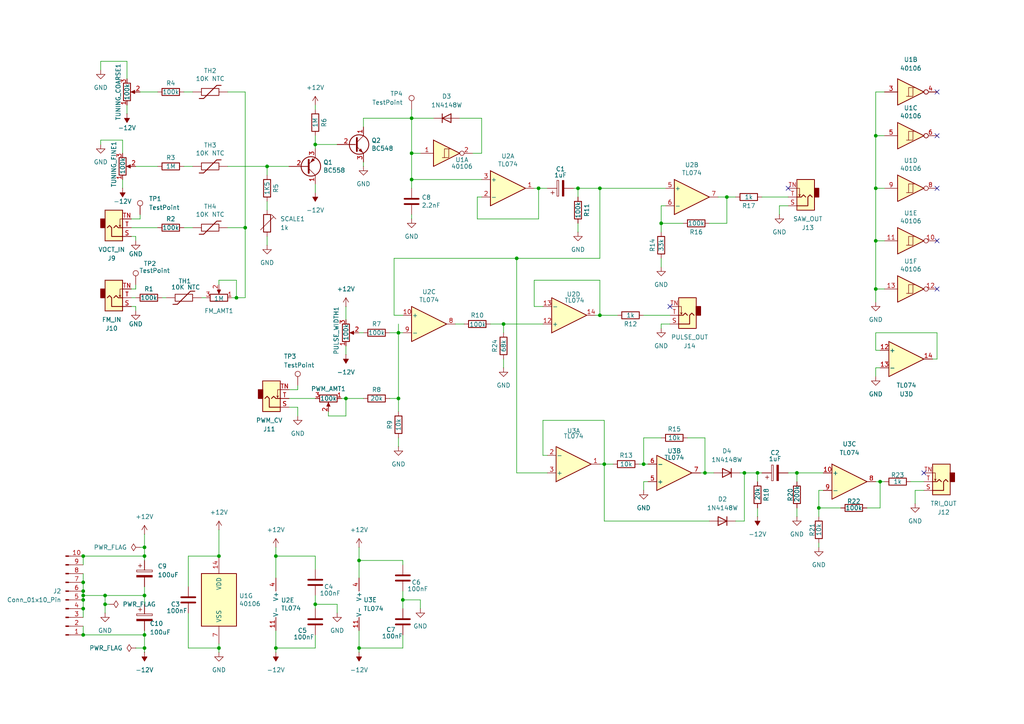
<source format=kicad_sch>
(kicad_sch (version 20231120) (generator "eeschema") (generator_version "8.0")
  (paper "A4")
  (title_block (title "MiniOSC") (rev "2.0") (company "benjiaomodular"))
  (junction (at 119.38 34.29))
  (junction (at 41.91 184.15))
  (junction (at 254 54.61))
  (junction (at 24.13 184.15))
  (junction (at 237.49 147.32))
  (junction (at 30.48 175.26))
  (junction (at 41.91 187.96))
  (junction (at 41.91 172.72))
  (junction (at 91.44 175.26))
  (junction (at 68.58 86.36))
  (junction (at 115.57 96.52))
  (junction (at 24.13 161.29))
  (junction (at 100.33 115.57))
  (junction (at 119.38 44.45))
  (junction (at 24.13 176.53))
  (junction (at 254 83.82))
  (junction (at 30.48 172.72))
  (junction (at 210.82 57.15))
  (junction (at 254 69.85))
  (junction (at 186.69 134.62))
  (junction (at 24.13 173.99))
  (junction (at 116.84 173.99))
  (junction (at 71.12 66.04))
  (junction (at 146.05 93.98))
  (junction (at 104.14 162.56))
  (junction (at 149.86 74.93))
  (junction (at 80.01 161.29))
  (junction (at 156.21 54.61))
  (junction (at 91.44 41.91))
  (junction (at 255.27 139.7))
  (junction (at 41.91 158.75))
  (junction (at 173.99 91.44))
  (junction (at 77.47 48.26))
  (junction (at 24.13 172.72))
  (junction (at 24.13 168.91))
  (junction (at 80.01 187.96))
  (junction (at 173.99 54.61))
  (junction (at 104.14 187.96))
  (junction (at 63.5 161.29))
  (junction (at 191.77 64.77))
  (junction (at 167.64 54.61))
  (junction (at 215.9 137.16))
  (junction (at 175.26 134.62))
  (junction (at 204.47 137.16))
  (junction (at 24.13 171.45))
  (junction (at 219.71 137.16))
  (junction (at 254 39.37))
  (junction (at 41.91 161.29))
  (junction (at 63.5 187.96))
  (junction (at 115.57 115.57))
  (junction (at 231.14 137.16))
  (junction (at 119.38 52.07))
  (no_connect (at 271.78 39.37))
  (no_connect (at 194.31 88.9))
  (no_connect (at 271.78 54.61))
  (no_connect (at 271.78 69.85))
  (no_connect (at 228.6 54.61))
  (no_connect (at 271.78 83.82))
  (no_connect (at 267.97 137.16))
  (no_connect (at 271.78 26.67))
  (wire (pts (xy 29.21 40.64) (xy 29.21 41.91)))
  (wire (pts (xy 119.38 34.29) (xy 125.73 34.29)))
  (wire (pts (xy 254 69.85) (xy 256.54 69.85)))
  (wire (pts (xy 255.27 139.7) (xy 255.27 147.32)))
  (wire (pts (xy 231.14 137.16) (xy 238.76 137.16)))
  (wire (pts (xy 39.37 82.55) (xy 39.37 83.82)))
  (wire (pts (xy 146.05 93.98) (xy 157.48 93.98)))
  (wire (pts (xy 77.47 48.26) (xy 83.82 48.26)))
  (wire (pts (xy 237.49 157.48) (xy 237.49 158.75)))
  (wire (pts (xy 254 54.61) (xy 254 69.85)))
  (wire (pts (xy 115.57 127) (xy 115.57 129.54)))
  (wire (pts (xy 119.38 44.45) (xy 121.92 44.45)))
  (wire (pts (xy 186.69 134.62) (xy 187.96 134.62)))
  (wire (pts (xy 46.99 86.36) (xy 48.26 86.36)))
  (wire (pts (xy 66.04 66.04) (xy 71.12 66.04)))
  (wire (pts (xy 104.14 187.96) (xy 116.84 187.96)))
  (wire (pts (xy 80.01 182.88) (xy 80.01 187.96)))
  (wire (pts (xy 254 39.37) (xy 256.54 39.37)))
  (wire (pts (xy 54.61 161.29) (xy 54.61 170.18)))
  (wire (pts (xy 237.49 142.24) (xy 237.49 147.32)))
  (wire (pts (xy 91.44 184.15) (xy 91.44 187.96)))
  (wire (pts (xy 95.25 119.38) (xy 95.25 120.65)))
  (wire (pts (xy 205.74 151.13) (xy 175.26 151.13)))
  (wire (pts (xy 105.41 46.99) (xy 105.41 48.26)))
  (wire (pts (xy 54.61 187.96) (xy 63.5 187.96)))
  (wire (pts (xy 255.27 139.7) (xy 256.54 139.7)))
  (wire (pts (xy 68.58 86.36) (xy 71.12 86.36)))
  (wire (pts (xy 41.91 187.96) (xy 41.91 189.23)))
  (wire (pts (xy 41.91 161.29) (xy 41.91 162.56)))
  (wire (pts (xy 219.71 137.16) (xy 219.71 139.7)))
  (wire (pts (xy 173.99 54.61) (xy 173.99 74.93)))
  (wire (pts (xy 39.37 88.9) (xy 39.37 90.17)))
  (wire (pts (xy 191.77 93.98) (xy 191.77 95.25)))
  (wire (pts (xy 71.12 26.67) (xy 71.12 66.04)))
  (wire (pts (xy 115.57 96.52) (xy 116.84 96.52)))
  (wire (pts (xy 24.13 172.72) (xy 24.13 173.99)))
  (wire (pts (xy 119.38 34.29) (xy 119.38 44.45)))
  (wire (pts (xy 115.57 115.57) (xy 115.57 119.38)))
  (wire (pts (xy 24.13 163.83) (xy 24.13 161.29)))
  (wire (pts (xy 210.82 57.15) (xy 210.82 64.77)))
  (wire (pts (xy 173.99 134.62) (xy 175.26 134.62)))
  (wire (pts (xy 83.82 113.03) (xy 86.36 113.03)))
  (wire (pts (xy 66.04 26.67) (xy 71.12 26.67)))
  (wire (pts (xy 146.05 93.98) (xy 146.05 96.52)))
  (wire (pts (xy 40.64 63.5) (xy 38.1 63.5)))
  (wire (pts (xy 30.48 175.26) (xy 30.48 177.8)))
  (wire (pts (xy 30.48 172.72) (xy 30.48 175.26)))
  (wire (pts (xy 255.27 139.7) (xy 254 139.7)))
  (wire (pts (xy 41.91 154.94) (xy 41.91 158.75)))
  (wire (pts (xy 267.97 142.24) (xy 265.43 142.24)))
  (wire (pts (xy 255.27 147.32) (xy 251.46 147.32)))
  (wire (pts (xy 91.44 53.34) (xy 91.44 55.88)))
  (wire (pts (xy 146.05 104.14) (xy 146.05 106.68)))
  (wire (pts (xy 116.84 173.99) (xy 121.92 173.99)))
  (wire (pts (xy 172.72 91.44) (xy 173.99 91.44)))
  (wire (pts (xy 91.44 31.75) (xy 91.44 30.48)))
  (wire (pts (xy 66.04 48.26) (xy 77.47 48.26)))
  (wire (pts (xy 265.43 142.24) (xy 265.43 146.05)))
  (wire (pts (xy 194.31 93.98) (xy 191.77 93.98)))
  (wire (pts (xy 186.69 127) (xy 186.69 134.62)))
  (wire (pts (xy 191.77 74.93) (xy 191.77 77.47)))
  (wire (pts (xy 39.37 48.26) (xy 45.72 48.26)))
  (wire (pts (xy 116.84 171.45) (xy 116.84 173.99)))
  (wire (pts (xy 24.13 184.15) (xy 24.13 181.61)))
  (wire (pts (xy 175.26 134.62) (xy 177.8 134.62)))
  (wire (pts (xy 77.47 48.26) (xy 77.47 50.8)))
  (wire (pts (xy 63.5 81.28) (xy 68.58 81.28)))
  (wire (pts (xy 166.37 54.61) (xy 167.64 54.61)))
  (wire (pts (xy 214.63 137.16) (xy 215.9 137.16)))
  (wire (pts (xy 114.3 74.93) (xy 114.3 91.44)))
  (wire (pts (xy 24.13 161.29) (xy 41.91 161.29)))
  (wire (pts (xy 105.41 34.29) (xy 105.41 36.83)))
  (wire (pts (xy 54.61 161.29) (xy 63.5 161.29)))
  (wire (pts (xy 193.04 59.69) (xy 191.77 59.69)))
  (wire (pts (xy 68.58 86.36) (xy 67.31 86.36)))
  (wire (pts (xy 119.38 52.07) (xy 139.7 52.07)))
  (wire (pts (xy 41.91 170.18) (xy 41.91 172.72)))
  (wire (pts (xy 254 26.67) (xy 254 39.37)))
  (wire (pts (xy 156.21 54.61) (xy 154.94 54.61)))
  (wire (pts (xy 83.82 115.57) (xy 91.44 115.57)))
  (wire (pts (xy 186.69 139.7) (xy 186.69 142.24)))
  (wire (pts (xy 91.44 175.26) (xy 97.79 175.26)))
  (wire (pts (xy 254 106.68) (xy 255.27 106.68)))
  (wire (pts (xy 63.5 186.69) (xy 63.5 187.96)))
  (wire (pts (xy 173.99 81.28) (xy 173.99 91.44)))
  (wire (pts (xy 167.64 54.61) (xy 167.64 57.15)))
  (wire (pts (xy 154.94 88.9) (xy 154.94 81.28)))
  (wire (pts (xy 100.33 115.57) (xy 100.33 120.65)))
  (wire (pts (xy 63.5 153.67) (xy 63.5 161.29)))
  (wire (pts (xy 191.77 64.77) (xy 198.12 64.77)))
  (wire (pts (xy 86.36 111.76) (xy 86.36 113.03)))
  (wire (pts (xy 204.47 127) (xy 199.39 127)))
  (wire (pts (xy 271.78 96.52) (xy 254 96.52)))
  (wire (pts (xy 30.48 172.72) (xy 41.91 172.72)))
  (wire (pts (xy 91.44 39.37) (xy 91.44 41.91)))
  (wire (pts (xy 104.14 187.96) (xy 104.14 189.23)))
  (wire (pts (xy 228.6 59.69) (xy 226.06 59.69)))
  (wire (pts (xy 24.13 166.37) (xy 24.13 168.91)))
  (wire (pts (xy 119.38 52.07) (xy 119.38 54.61)))
  (wire (pts (xy 91.44 165.1) (xy 91.44 161.29)))
  (wire (pts (xy 142.24 93.98) (xy 146.05 93.98)))
  (wire (pts (xy 149.86 137.16) (xy 158.75 137.16)))
  (wire (pts (xy 104.14 162.56) (xy 104.14 167.64)))
  (wire (pts (xy 157.48 132.08) (xy 158.75 132.08)))
  (wire (pts (xy 208.28 57.15) (xy 210.82 57.15)))
  (wire (pts (xy 210.82 57.15) (xy 213.36 57.15)))
  (wire (pts (xy 119.38 34.29) (xy 105.41 34.29)))
  (wire (pts (xy 35.56 52.07) (xy 35.56 54.61)))
  (wire (pts (xy 91.44 41.91) (xy 97.79 41.91)))
  (wire (pts (xy 264.16 139.7) (xy 267.97 139.7)))
  (wire (pts (xy 215.9 137.16) (xy 215.9 151.13)))
  (wire (pts (xy 167.64 54.61) (xy 173.99 54.61)))
  (wire (pts (xy 175.26 134.62) (xy 175.26 121.92)))
  (wire (pts (xy 220.98 57.15) (xy 228.6 57.15)))
  (wire (pts (xy 80.01 187.96) (xy 80.01 189.23)))
  (wire (pts (xy 119.38 44.45) (xy 119.38 52.07)))
  (wire (pts (xy 71.12 66.04) (xy 71.12 86.36)))
  (wire (pts (xy 121.92 173.99) (xy 121.92 176.53)))
  (wire (pts (xy 204.47 137.16) (xy 203.2 137.16)))
  (wire (pts (xy 91.44 161.29) (xy 80.01 161.29)))
  (wire (pts (xy 41.91 172.72) (xy 41.91 175.26)))
  (wire (pts (xy 132.08 93.98) (xy 134.62 93.98)))
  (wire (pts (xy 80.01 161.29) (xy 80.01 167.64)))
  (wire (pts (xy 29.21 17.78) (xy 36.83 17.78)))
  (wire (pts (xy 173.99 91.44) (xy 179.07 91.44)))
  (wire (pts (xy 104.14 158.75) (xy 104.14 162.56)))
  (wire (pts (xy 53.34 66.04) (xy 55.88 66.04)))
  (wire (pts (xy 154.94 88.9) (xy 157.48 88.9)))
  (wire (pts (xy 63.5 187.96) (xy 63.5 189.23)))
  (wire (pts (xy 237.49 147.32) (xy 237.49 149.86)))
  (wire (pts (xy 104.14 162.56) (xy 116.84 162.56)))
  (wire (pts (xy 139.7 44.45) (xy 137.16 44.45)))
  (wire (pts (xy 100.33 120.65) (xy 95.25 120.65)))
  (wire (pts (xy 157.48 121.92) (xy 157.48 132.08)))
  (wire (pts (xy 86.36 118.11) (xy 86.36 120.65)))
  (wire (pts (xy 91.44 41.91) (xy 91.44 43.18)))
  (wire (pts (xy 205.74 64.77) (xy 210.82 64.77)))
  (wire (pts (xy 119.38 62.23) (xy 119.38 63.5)))
  (wire (pts (xy 119.38 31.75) (xy 119.38 34.29)))
  (wire (pts (xy 154.94 81.28) (xy 173.99 81.28)))
  (wire (pts (xy 113.03 115.57) (xy 115.57 115.57)))
  (wire (pts (xy 41.91 182.88) (xy 41.91 184.15)))
  (wire (pts (xy 36.83 30.48) (xy 36.83 33.02)))
  (wire (pts (xy 36.83 17.78) (xy 36.83 22.86)))
  (wire (pts (xy 99.06 115.57) (xy 100.33 115.57)))
  (wire (pts (xy 204.47 127) (xy 204.47 137.16)))
  (wire (pts (xy 115.57 96.52) (xy 115.57 115.57)))
  (wire (pts (xy 35.56 40.64) (xy 29.21 40.64)))
  (wire (pts (xy 254 83.82) (xy 256.54 83.82)))
  (wire (pts (xy 100.33 88.9) (xy 100.33 92.71)))
  (wire (pts (xy 173.99 54.61) (xy 193.04 54.61)))
  (wire (pts (xy 38.1 86.36) (xy 39.37 86.36)))
  (wire (pts (xy 270.51 104.14) (xy 271.78 104.14)))
  (wire (pts (xy 38.1 66.04) (xy 45.72 66.04)))
  (wire (pts (xy 40.64 62.23) (xy 40.64 63.5)))
  (wire (pts (xy 254 101.6) (xy 255.27 101.6)))
  (wire (pts (xy 29.21 17.78) (xy 29.21 20.32)))
  (wire (pts (xy 77.47 68.58) (xy 77.47 71.12)))
  (wire (pts (xy 185.42 134.62) (xy 186.69 134.62)))
  (wire (pts (xy 175.26 121.92) (xy 157.48 121.92)))
  (wire (pts (xy 116.84 162.56) (xy 116.84 163.83)))
  (wire (pts (xy 38.1 83.82) (xy 39.37 83.82)))
  (wire (pts (xy 91.44 172.72) (xy 91.44 175.26)))
  (wire (pts (xy 237.49 147.32) (xy 243.84 147.32)))
  (wire (pts (xy 54.61 177.8) (xy 54.61 187.96)))
  (wire (pts (xy 138.43 57.15) (xy 138.43 63.5)))
  (wire (pts (xy 39.37 68.58) (xy 39.37 69.85)))
  (wire (pts (xy 113.03 96.52) (xy 115.57 96.52)))
  (wire (pts (xy 116.84 173.99) (xy 116.84 176.53)))
  (wire (pts (xy 41.91 158.75) (xy 41.91 161.29)))
  (wire (pts (xy 149.86 74.93) (xy 173.99 74.93)))
  (wire (pts (xy 24.13 171.45) (xy 24.13 172.72)))
  (wire (pts (xy 213.36 151.13) (xy 215.9 151.13)))
  (wire (pts (xy 39.37 187.96) (xy 41.91 187.96)))
  (wire (pts (xy 35.56 44.45) (xy 35.56 40.64)))
  (wire (pts (xy 191.77 64.77) (xy 191.77 67.31)))
  (wire (pts (xy 63.5 82.55) (xy 63.5 81.28)))
  (wire (pts (xy 271.78 104.14) (xy 271.78 96.52)))
  (wire (pts (xy 105.41 96.52) (xy 104.14 96.52)))
  (wire (pts (xy 187.96 139.7) (xy 186.69 139.7)))
  (wire (pts (xy 254 26.67) (xy 256.54 26.67)))
  (wire (pts (xy 114.3 91.44) (xy 116.84 91.44)))
  (wire (pts (xy 24.13 184.15) (xy 41.91 184.15)))
  (wire (pts (xy 254 96.52) (xy 254 101.6)))
  (wire (pts (xy 186.69 91.44) (xy 194.31 91.44)))
  (wire (pts (xy 68.58 81.28) (xy 68.58 86.36)))
  (wire (pts (xy 254 69.85) (xy 254 83.82)))
  (wire (pts (xy 24.13 176.53) (xy 24.13 179.07)))
  (wire (pts (xy 133.35 34.29) (xy 139.7 34.29)))
  (wire (pts (xy 139.7 34.29) (xy 139.7 44.45)))
  (wire (pts (xy 115.57 93.98) (xy 115.57 96.52)))
  (wire (pts (xy 149.86 74.93) (xy 149.86 137.16)))
  (wire (pts (xy 139.7 57.15) (xy 138.43 57.15)))
  (wire (pts (xy 83.82 118.11) (xy 86.36 118.11)))
  (wire (pts (xy 24.13 168.91) (xy 24.13 171.45)))
  (wire (pts (xy 97.79 175.26) (xy 97.79 177.8)))
  (wire (pts (xy 100.33 115.57) (xy 105.41 115.57)))
  (wire (pts (xy 104.14 182.88) (xy 104.14 187.96)))
  (wire (pts (xy 100.33 100.33) (xy 100.33 102.87)))
  (wire (pts (xy 38.1 88.9) (xy 39.37 88.9)))
  (wire (pts (xy 228.6 137.16) (xy 231.14 137.16)))
  (wire (pts (xy 53.34 48.26) (xy 55.88 48.26)))
  (wire (pts (xy 80.01 187.96) (xy 91.44 187.96)))
  (wire (pts (xy 204.47 137.16) (xy 207.01 137.16)))
  (wire (pts (xy 41.91 184.15) (xy 41.91 187.96)))
  (wire (pts (xy 40.64 158.75) (xy 41.91 158.75)))
  (wire (pts (xy 38.1 68.58) (xy 39.37 68.58)))
  (wire (pts (xy 254 54.61) (xy 256.54 54.61)))
  (wire (pts (xy 254 87.63) (xy 254 83.82)))
  (wire (pts (xy 156.21 54.61) (xy 158.75 54.61)))
  (wire (pts (xy 167.64 64.77) (xy 167.64 67.31)))
  (wire (pts (xy 53.34 26.67) (xy 55.88 26.67)))
  (wire (pts (xy 175.26 134.62) (xy 175.26 151.13)))
  (wire (pts (xy 80.01 158.75) (xy 80.01 161.29)))
  (wire (pts (xy 156.21 63.5) (xy 156.21 54.61)))
  (wire (pts (xy 237.49 142.24) (xy 238.76 142.24)))
  (wire (pts (xy 24.13 172.72) (xy 30.48 172.72)))
  (wire (pts (xy 138.43 63.5) (xy 156.21 63.5)))
  (wire (pts (xy 58.42 86.36) (xy 59.69 86.36)))
  (wire (pts (xy 219.71 147.32) (xy 219.71 149.86)))
  (wire (pts (xy 215.9 137.16) (xy 219.71 137.16)))
  (wire (pts (xy 226.06 59.69) (xy 226.06 62.23)))
  (wire (pts (xy 191.77 127) (xy 186.69 127)))
  (wire (pts (xy 219.71 137.16) (xy 220.98 137.16)))
  (wire (pts (xy 40.64 26.67) (xy 45.72 26.67)))
  (wire (pts (xy 77.47 58.42) (xy 77.47 60.96)))
  (wire (pts (xy 254 39.37) (xy 254 54.61)))
  (wire (pts (xy 24.13 173.99) (xy 24.13 176.53)))
  (wire (pts (xy 254 106.68) (xy 254 109.22)))
  (wire (pts (xy 231.14 147.32) (xy 231.14 149.86)))
  (wire (pts (xy 231.14 137.16) (xy 231.14 139.7)))
  (wire (pts (xy 114.3 74.93) (xy 149.86 74.93)))
  (wire (pts (xy 116.84 184.15) (xy 116.84 187.96)))
  (wire (pts (xy 191.77 59.69) (xy 191.77 64.77)))
  (wire (pts (xy 30.48 175.26) (xy 31.75 175.26)))
  (wire (pts (xy 91.44 175.26) (xy 91.44 176.53)))
  (symbol (lib_id "Device:R") (at 49.53 26.67 270) (unit 1)
    (property "Reference" "R4" (at 49.53 24.13 90))
    (property "Value" "100k" (at 49.53 26.67 90))
    (property "Footprint" "Resistor_SMD:R_0603_1608Metric_Pad0.98x0.95mm_HandSolder" (effects (hide yes)))
  )
  (symbol (lib_id "Device:R") (at 49.53 48.26 270) (unit 1)
    (property "Reference" "R3" (at 49.53 45.72 90))
    (property "Value" "1M" (at 49.53 48.26 90))
    (property "Footprint" "Resistor_SMD:R_0603_1608Metric_Pad0.98x0.95mm_HandSolder" (effects (hide yes)))
  )
  (symbol (lib_id "Device:R") (at 49.53 66.04 270) (unit 1)
    (property "Reference" "R2" (at 49.53 63.5 90))
    (property "Value" "100k" (at 49.53 66.04 90))
    (property "Footprint" "Resistor_SMD:R_0603_1608Metric_Pad0.98x0.95mm_HandSolder" (effects (hide yes)))
  )
  (symbol (lib_id "Device:R") (at 43.18 86.36 270) (unit 1)
    (property "Reference" "R1" (at 43.18 83.82 90))
    (property "Value" "100k" (at 43.18 86.36 90))
    (property "Footprint" "Resistor_SMD:R_0603_1608Metric_Pad0.98x0.95mm_HandSolder" (effects (hide yes)))
  )
  (symbol (lib_id "Device:Thermistor") (at 53.34 86.36 270) (unit 1)
    (property "Reference" "TH1" (at 53.594 81.534 90))
    (property "Value" "10K NTC" (at 53.848 83.312 90))
    (property "Footprint" "Capacitor_THT:C_Disc_D3.8mm_W2.6mm_P2.50mm" (effects (hide yes)))
  )
  (symbol (lib_id "Device:Thermistor") (at 60.96 66.04 270) (unit 1)
    (property "Reference" "TH4" (at 60.96 59.8932 90))
    (property "Value" "10K NTC" (at 60.96 62.2046 90))
    (property "Footprint" "Capacitor_THT:C_Disc_D3.8mm_W2.6mm_P2.50mm" (effects (hide yes)))
  )
  (symbol (lib_id "Device:Thermistor") (at 60.96 48.26 270) (unit 1)
    (property "Reference" "TH3" (at 60.96 42.1132 90))
    (property "Value" "10K NTC" (at 60.96 44.4246 90))
    (property "Footprint" "Capacitor_THT:C_Disc_D3.8mm_W2.6mm_P2.50mm" (effects (hide yes)))
  )
  (symbol (lib_id "Device:Thermistor") (at 60.96 26.67 270) (unit 1)
    (property "Reference" "TH2" (at 60.96 20.5232 90))
    (property "Value" "10K NTC" (at 60.96 22.8346 90))
    (property "Footprint" "Capacitor_THT:C_Disc_D3.8mm_W2.6mm_P2.50mm" (effects (hide yes)))
  )
  (symbol (lib_id "Device:R") (at 77.47 54.61 180) (unit 1)
    (property "Reference" "R5" (at 80.01 54.61 90))
    (property "Value" "1K5" (at 77.47 54.61 90))
    (property "Footprint" "Resistor_SMD:R_0603_1608Metric_Pad0.98x0.95mm_HandSolder" (effects (hide yes)))
  )
  (symbol (lib_id "Transistor_BJT:BC558") (at 88.9 48.26 0) (mirror x) (unit 1)
    (property "Reference" "Q1" (at 93.7514 47.0916 0) (effects (justify left)))
    (property "Value" "BC558" (at 93.7514 49.403 0) (effects (justify left)))
    (property "Footprint" "Package_TO_SOT_THT:TO-92_Inline" (effects (hide yes)))
    (property "Datasheet" "https://www.onsemi.com/pub/Collateral/BC556BTA-D.pdf" (effects (hide yes)))
  )
  (symbol (lib_id "Transistor_BJT:BC548") (at 102.87 41.91 0) (unit 1)
    (property "Reference" "Q2" (at 107.7214 40.7416 0) (effects (justify left)))
    (property "Value" "BC548" (at 107.7214 43.053 0) (effects (justify left)))
    (property "Footprint" "Package_TO_SOT_THT:TO-92_Inline" (effects (hide yes)))
    (property "Datasheet" "https://www.onsemi.com/pub/Collateral/BC550-D.pdf" (effects (hide yes)))
  )
  (symbol (lib_id "Device:R") (at 91.44 35.56 180) (unit 1)
    (property "Reference" "R6" (at 93.98 35.56 90))
    (property "Value" "1M" (at 91.44 35.56 90))
    (property "Footprint" "Resistor_SMD:R_0603_1608Metric_Pad0.98x0.95mm_HandSolder" (effects (hide yes)))
  )
  (symbol (lib_id "4xxx:40106") (at 129.54 44.45 0) (unit 1)
    (property "Reference" "U1" (at 133.985 46.355 0))
    (property "Value" "40106" (at 133.985 48.26 0))
    (property "Footprint" "Package_SO:SOIC-14_3.9x8.7mm_P1.27mm" (effects (hide yes)))
    (property "Datasheet" "https://assets.nexperia.com/documents/data-sheet/HEF40106B.pdf" (effects (hide yes)))
  )
  (symbol (lib_id "Device:C") (at 119.38 58.42 0) (unit 1)
    (property "Reference" "C8" (at 122.301 57.2516 0) (effects (justify left)))
    (property "Value" "2.2nF" (at 122.301 59.563 0) (effects (justify left)))
    (property "Footprint" "Capacitor_SMD:C_0603_1608Metric_Pad1.08x0.95mm_HandSolder" (effects (hide yes)))
  )
  (symbol (lib_id "Amplifier_Operational:TL074") (at 147.32 54.61 0) (unit 1)
    (property "Reference" "U2" (at 147.32 45.2882 0))
    (property "Value" "TL074" (at 147.32 47.5996 0))
    (property "Footprint" "Package_SO:SOIC-14_3.9x8.7mm_P1.27mm" (effects (hide yes)))
    (property "Datasheet" "https://assets.nexperia.com/documents/data-sheet/HEF40106B.pdf" (effects (hide yes)))
  )
  (symbol (lib_id "Amplifier_Operational:TL074") (at 200.66 57.15 0) (unit 2)
    (property "Reference" "U2" (at 200.66 47.8282 0))
    (property "Value" "TL074" (at 200.66 50.1396 0))
    (property "Footprint" "Package_SO:SOIC-14_3.9x8.7mm_P1.27mm" (effects (hide yes)))
    (property "Datasheet" "https://assets.nexperia.com/documents/data-sheet/HEF40106B.pdf" (effects (hide yes)))
  )
  (symbol (lib_id "Amplifier_Operational:TL074") (at 124.46 93.98 0) (unit 3)
    (property "Reference" "U2" (at 124.46 84.6582 0))
    (property "Value" "TL074" (at 124.46 86.9696 0))
    (property "Footprint" "Package_SO:SOIC-14_3.9x8.7mm_P1.27mm" (effects (hide yes)))
    (property "Datasheet" "https://assets.nexperia.com/documents/data-sheet/HEF40106B.pdf" (effects (hide yes)))
  )
  (symbol (lib_id "Device:R") (at 167.64 60.96 180) (unit 1)
    (property "Reference" "R11" (at 170.18 60.96 90))
    (property "Value" "100k" (at 167.64 60.96 90))
    (property "Footprint" "Resistor_SMD:R_0603_1608Metric_Pad0.98x0.95mm_HandSolder" (effects (hide yes)))
  )
  (symbol (lib_id "Device:R") (at 201.93 64.77 90) (unit 1)
    (property "Reference" "R16" (at 201.93 67.31 90))
    (property "Value" "100k" (at 201.93 64.77 90))
    (property "Footprint" "Resistor_SMD:R_0603_1608Metric_Pad0.98x0.95mm_HandSolder" (effects (hide yes)))
  )
  (symbol (lib_id "Device:R") (at 191.77 71.12 0) (unit 1)
    (property "Reference" "R14" (at 189.23 71.12 90))
    (property "Value" "33k" (at 191.77 71.12 90))
    (property "Footprint" "Resistor_SMD:R_0603_1608Metric_Pad0.98x0.95mm_HandSolder" (effects (hide yes)))
  )
  (symbol (lib_id "Device:R") (at 217.17 57.15 90) (unit 1)
    (property "Reference" "R17" (at 217.17 59.69 90))
    (property "Value" "1k" (at 217.17 57.15 90))
    (property "Footprint" "Resistor_SMD:R_0603_1608Metric_Pad0.98x0.95mm_HandSolder" (effects (hide yes)))
  )
  (symbol (lib_id "Device:R") (at 138.43 93.98 270) (unit 1)
    (property "Reference" "R10" (at 138.43 91.44 90))
    (property "Value" "100k" (at 138.557 94.107 90))
    (property "Footprint" "Resistor_SMD:R_0603_1608Metric_Pad0.98x0.95mm_HandSolder" (effects (hide yes)))
  )
  (symbol (lib_id "Device:R") (at 182.88 91.44 90) (unit 1)
    (property "Reference" "R12" (at 182.88 93.98 90))
    (property "Value" "1k" (at 182.88 91.44 90))
    (property "Footprint" "Resistor_SMD:R_0603_1608Metric_Pad0.98x0.95mm_HandSolder" (effects (hide yes)))
  )
  (symbol (lib_id "Device:C_Polarized") (at 41.91 166.37 0) (unit 1)
    (property "Reference" "C9" (at 45.72 164.2109 0) (effects (justify left)))
    (property "Value" "100uF" (at 45.72 166.7509 0) (effects (justify left)))
    (property "Description" "Polarized capacitor" (effects (hide yes)))
  )
  (symbol (lib_id "power:GND") (at 191.77 95.25 0) (unit 1)
    (property "Reference" "#PWR033" (effects (hide yes)))
    (property "Value" "GND" (at 191.77 100.33 0))
    (property "Description" "Power symbol creates a global label with name \"GND\" , ground" (effects (hide yes)))
  )
  (symbol (lib_id "Diode:1N4148W") (at 209.55 151.13 180) (unit 1)
    (property "Reference" "D2" (at 209.55 144.78 0))
    (property "Value" "1N4148W" (at 209.55 147.32 0))
    (property "Footprint" "Diode_SMD:D_SOD-123" (effects (hide yes)))
    (property "Datasheet" "https://www.vishay.com/docs/85748/1n4148w.pdf" (effects (hide yes)))
    (property "Description" "75V 0.15A Fast Switching Diode, SOD-123" (effects (hide yes)))
    (property "Sim.Device" "D" (effects (hide yes)))
    (property "Sim.Pins" "1=K 2=A" (effects (hide yes)))
  )
  (symbol (lib_id "Connector:TestPoint") (at 39.37 82.55 0) (unit 1)
    (property "Reference" "TP2" (at 41.656 76.454 0) (effects (justify left)))
    (property "Value" "TestPoint" (at 40.386 78.486 0) (effects (justify left)))
    (property "Description" "test point" (effects (hide yes)))
  )
  (symbol (lib_name "+12V_1") (lib_id "power:+12V") (at 41.91 154.94 0) (unit 1)
    (property "Reference" "#PWR020" (effects (hide yes)))
    (property "Value" "+12V" (at 41.91 149.86 0))
    (property "Description" "Power symbol creates a global label with name \"+12V\"" (effects (hide yes)))
  )
  (symbol (lib_id "4xxx:40106") (at 264.16 26.67 0) (unit 2)
    (property "Reference" "U1" (at 264.16 17.272 0))
    (property "Value" "40106" (at 264.16 19.812 0))
    (property "Footprint" "Package_SO:SOIC-14_3.9x8.7mm_P1.27mm" (effects (hide yes)))
    (property "Datasheet" "https://assets.nexperia.com/documents/data-sheet/HEF40106B.pdf" (effects (hide yes)))
  )
  (symbol (lib_id "Device:R") (at 146.05 100.33 0) (unit 1)
    (property "Reference" "R24" (at 143.51 100.33 90))
    (property "Value" "68k" (at 146.05 100.33 90))
    (property "Footprint" "Resistor_SMD:R_0603_1608Metric_Pad0.98x0.95mm_HandSolder" (effects (hide yes)))
  )
  (symbol (lib_id "benjiaomodular:PJ3001F") (at 199.39 91.44 180) (unit 1)
    (property "Reference" "J14" (at 200.025 100.33 0))
    (property "Value" "PULSE_OUT" (at 200.025 97.79 0))
    (property "Description" "Audio Jack, 2 Poles (Mono / TS), Switched T Pole (Normalling)" (effects (hide yes)))
  )
  (symbol (lib_id "Device:R_Potentiometer") (at 100.33 96.52 0) (mirror x) (unit 1)
    (property "Reference" "PULSE_WIDTH1" (at 97.536 102.87 90) (effects (justify right)))
    (property "Value" "100k" (at 100.33 98.806 90) (effects (justify right)))
    (property "Description" "Potentiometer" (effects (hide yes)))
  )
  (symbol (lib_id "Device:C") (at 116.84 167.64 0) (unit 1)
    (property "Reference" "C6" (at 119.38 168.91 0) (effects (justify left)))
    (property "Value" "100nF" (at 118.11 170.815 0) (effects (justify left)))
    (property "Footprint" "Capacitor_SMD:C_0603_1608Metric_Pad1.08x0.95mm_HandSolder" (effects (hide yes)))
  )
  (symbol (lib_name "PWR_FLAG_1") (lib_id "power:PWR_FLAG") (at 31.75 175.26 270) (unit 1)
    (property "Reference" "#FLG02" (effects (hide yes)))
    (property "Value" "PWR_FLAG" (at 35.56 175.2599 90) (effects (justify left)))
    (property "Description" "Special symbol for telling ERC where power comes from" (effects (hide yes)))
  )
  (symbol (lib_name "-12V_1") (lib_id "power:-12V") (at 80.01 189.23 180) (unit 1)
    (property "Reference" "#PWR014" (effects (hide yes)))
    (property "Value" "-12V" (at 80.01 194.31 0))
    (property "Description" "Power symbol creates a global label with name \"-12V\"" (effects (hide yes)))
  )
  (symbol (lib_id "Connector:TestPoint") (at 86.36 111.76 0) (unit 1)
    (property "Reference" "TP3" (at 82.296 103.378 0) (effects (justify left)))
    (property "Value" "TestPoint" (at 82.296 105.918 0) (effects (justify left)))
    (property "Description" "test point" (effects (hide yes)))
  )
  (symbol (lib_id "Device:R") (at 231.14 143.51 180) (unit 1)
    (property "Reference" "R20" (at 229.235 143.51 90))
    (property "Value" "200k" (at 231.14 143.256 90))
    (property "Footprint" "Resistor_SMD:R_0603_1608Metric_Pad0.98x0.95mm_HandSolder" (effects (hide yes)))
  )
  (symbol (lib_name "-12V_1") (lib_id "power:-12V") (at 219.71 149.86 180) (unit 1)
    (property "Reference" "#PWR028" (effects (hide yes)))
    (property "Value" "-12V" (at 219.71 154.94 0))
    (property "Description" "Power symbol creates a global label with name \"-12V\"" (effects (hide yes)))
  )
  (symbol (lib_id "4xxx:40106") (at 264.16 83.82 0) (unit 6)
    (property "Reference" "U1" (at 264.16 75.7682 0))
    (property "Value" "40106" (at 264.16 78.0796 0))
    (property "Footprint" "Package_SO:SOIC-14_3.9x8.7mm_P1.27mm" (effects (hide yes)))
    (property "Datasheet" "https://assets.nexperia.com/documents/data-sheet/HEF40106B.pdf" (effects (hide yes)))
  )
  (symbol (lib_id "power:GND") (at 97.79 177.8 0) (unit 1)
    (property "Reference" "#PWR018" (effects (hide yes)))
    (property "Value" "GND" (at 97.79 182.88 0))
    (property "Description" "Power symbol creates a global label with name \"GND\" , ground" (effects (hide yes)))
  )
  (symbol (lib_id "Device:R") (at 195.58 127 270) (unit 1)
    (property "Reference" "R15" (at 195.58 124.46 90))
    (property "Value" "10k" (at 195.58 127 90))
    (property "Footprint" "Resistor_SMD:R_0603_1608Metric_Pad0.98x0.95mm_HandSolder" (effects (hide yes)))
  )
  (symbol (lib_id "power:GND") (at 191.77 77.47 0) (unit 1)
    (property "Reference" "#PWR034" (effects (hide yes)))
    (property "Value" "GND" (at 191.77 82.55 0))
    (property "Description" "Power symbol creates a global label with name \"GND\" , ground" (effects (hide yes)))
  )
  (symbol (lib_id "power:GND") (at 121.92 176.53 0) (unit 1)
    (property "Reference" "#PWR024" (effects (hide yes)))
    (property "Value" "GND" (at 121.92 181.61 0))
    (property "Description" "Power symbol creates a global label with name \"GND\" , ground" (effects (hide yes)))
  )
  (symbol (lib_id "Device:C") (at 91.44 168.91 0) (unit 1)
    (property "Reference" "C4" (at 93.98 170.18 0) (effects (justify left)))
    (property "Value" "100nF" (at 92.71 172.085 0) (effects (justify left)))
    (property "Footprint" "Capacitor_SMD:C_0603_1608Metric_Pad1.08x0.95mm_HandSolder" (effects (hide yes)))
  )
  (symbol (lib_name "-12V_1") (lib_id "power:-12V") (at 104.14 189.23 180) (unit 1)
    (property "Reference" "#PWR022" (effects (hide yes)))
    (property "Value" "-12V" (at 104.14 194.31 0))
    (property "Description" "Power symbol creates a global label with name \"-12V\"" (effects (hide yes)))
  )
  (symbol (lib_name "-12V_1") (lib_id "power:-12V") (at 36.83 33.02 180) (unit 1)
    (property "Reference" "#PWR032" (effects (hide yes)))
    (property "Value" "-12V" (at 36.83 37.084 0))
    (property "Description" "Power symbol creates a global label with name \"-12V\"" (effects (hide yes)))
  )
  (symbol (lib_id "benjiaomodular:PJ3001F") (at 33.02 66.04 0) (mirror x) (unit 1)
    (property "Reference" "J9" (at 32.385 74.93 0))
    (property "Value" "VOCT_IN" (at 32.385 72.39 0))
    (property "Description" "Audio Jack, 2 Poles (Mono / TS), Switched T Pole (Normalling)" (effects (hide yes)))
  )
  (symbol (lib_id "power:GND") (at 29.21 20.32 0) (unit 1)
    (property "Reference" "#PWR036" (effects (hide yes)))
    (property "Value" "GND" (at 29.21 25.4 0))
    (property "Description" "Power symbol creates a global label with name \"GND\" , ground" (effects (hide yes)))
  )
  (symbol (lib_id "Device:C_Polarized") (at 224.79 137.16 90) (unit 1)
    (property "Reference" "C2" (at 224.79 131.318 90))
    (property "Value" "1uF" (at 224.79 133.096 90))
    (property "Description" "Polarized capacitor" (effects (hide yes)))
  )
  (symbol (lib_name "-12V_1") (lib_id "power:-12V") (at 35.56 54.61 180) (unit 1)
    (property "Reference" "#PWR04" (effects (hide yes)))
    (property "Value" "-12V" (at 35.56 58.42 0))
    (property "Description" "Power symbol creates a global label with name \"-12V\"" (effects (hide yes)))
  )
  (symbol (lib_id "Amplifier_Operational:TL074") (at 195.58 137.16 0) (mirror x) (unit 2)
    (property "Reference" "U3" (at 195.58 130.81 0))
    (property "Value" "TL074" (at 195.58 132.715 0))
    (property "Datasheet" "http://www.ti.com/lit/ds/symlink/tl071.pdf" (effects (hide yes)))
  )
  (symbol (lib_id "power:GND") (at 265.43 146.05 0) (unit 1)
    (property "Reference" "#PWR039" (effects (hide yes)))
    (property "Value" "GND" (at 265.43 151.13 0))
    (property "Description" "Power symbol creates a global label with name \"GND\" , ground" (effects (hide yes)))
  )
  (symbol (lib_name "+12V_1") (lib_id "power:+12V") (at 80.01 158.75 0) (unit 1)
    (property "Reference" "#PWR010" (effects (hide yes)))
    (property "Value" "+12V" (at 80.01 153.67 0))
    (property "Description" "Power symbol creates a global label with name \"+12V\"" (effects (hide yes)))
  )
  (symbol (lib_name "-12V_1") (lib_id "power:-12V") (at 41.91 189.23 180) (unit 1)
    (property "Reference" "#PWR09" (effects (hide yes)))
    (property "Value" "-12V" (at 41.91 194.31 0))
    (property "Description" "Power symbol creates a global label with name \"-12V\"" (effects (hide yes)))
  )
  (symbol (lib_id "Amplifier_Operational:TL074") (at 82.55 175.26 0) (unit 5)
    (property "Reference" "U2" (at 81.4832 174.0916 0) (effects (justify left)))
    (property "Value" "TL074" (at 81.4832 176.403 0) (effects (justify left)))
    (property "Footprint" "Package_SO:SOIC-14_3.9x8.7mm_P1.27mm" (effects (hide yes)))
    (property "Datasheet" "https://assets.nexperia.com/documents/data-sheet/HEF40106B.pdf" (effects (hide yes)))
  )
  (symbol (lib_id "Device:R_Potentiometer") (at 95.25 115.57 270) (unit 1)
    (property "Reference" "PWM_AMT1" (at 95.25 112.776 90))
    (property "Value" "100k" (at 95.25 115.57 90))
    (property "Description" "Potentiometer" (effects (hide yes)))
  )
  (symbol (lib_id "4xxx:40106") (at 264.16 39.37 0) (unit 3)
    (property "Reference" "U1" (at 264.16 31.3182 0))
    (property "Value" "40106" (at 264.16 33.6296 0))
    (property "Footprint" "Package_SO:SOIC-14_3.9x8.7mm_P1.27mm" (effects (hide yes)))
    (property "Datasheet" "https://assets.nexperia.com/documents/data-sheet/HEF40106B.pdf" (effects (hide yes)))
  )
  (symbol (lib_id "4xxx:40106") (at 63.5 173.99 0) (unit 7)
    (property "Reference" "U1" (at 69.342 172.8216 0) (effects (justify left)))
    (property "Value" "40106" (at 69.342 175.133 0) (effects (justify left)))
    (property "Footprint" "Package_SO:SOIC-14_3.9x8.7mm_P1.27mm" (effects (hide yes)))
    (property "Datasheet" "https://assets.nexperia.com/documents/data-sheet/HEF40106B.pdf" (effects (hide yes)))
  )
  (symbol (lib_id "Device:R") (at 247.65 147.32 90) (unit 1)
    (property "Reference" "R22" (at 247.65 145.415 90))
    (property "Value" "100k" (at 247.65 147.32 90))
    (property "Footprint" "Resistor_SMD:R_0603_1608Metric_Pad0.98x0.95mm_HandSolder" (effects (hide yes)))
  )
  (symbol (lib_id "benjiaomodular:PJ3001F") (at 233.68 57.15 180) (unit 1)
    (property "Reference" "J13" (at 234.315 66.04 0))
    (property "Value" "SAW_OUT" (at 234.315 63.5 0))
    (property "Description" "Audio Jack, 2 Poles (Mono / TS), Switched T Pole (Normalling)" (effects (hide yes)))
  )
  (symbol (lib_id "Diode:1N4148W") (at 129.54 34.29 0) (unit 1)
    (property "Reference" "D3" (at 129.54 27.94 0))
    (property "Value" "1N4148W" (at 129.54 30.48 0))
    (property "Footprint" "Diode_SMD:D_SOD-123" (effects (hide yes)))
    (property "Datasheet" "https://www.vishay.com/docs/85748/1n4148w.pdf" (effects (hide yes)))
    (property "Description" "75V 0.15A Fast Switching Diode, SOD-123" (effects (hide yes)))
    (property "Sim.Device" "D" (effects (hide yes)))
    (property "Sim.Pins" "1=K 2=A" (effects (hide yes)))
  )
  (symbol (lib_id "Device:C_Polarized") (at 162.56 54.61 90) (unit 1)
    (property "Reference" "C1" (at 162.56 49.022 90))
    (property "Value" "1uF" (at 162.56 50.8 90))
    (property "Description" "Polarized capacitor" (effects (hide yes)))
  )
  (symbol (lib_id "Device:R") (at 237.49 153.67 0) (unit 1)
    (property "Reference" "R21" (at 235.585 153.67 90))
    (property "Value" "10k" (at 237.49 153.67 90))
    (property "Footprint" "Resistor_SMD:R_0603_1608Metric_Pad0.98x0.95mm_HandSolder" (effects (hide yes)))
  )
  (symbol (lib_id "Connector:TestPoint") (at 119.38 31.75 0) (mirror y) (unit 1)
    (property "Reference" "TP4" (at 116.84 27.1779 0) (effects (justify left)))
    (property "Value" "TestPoint" (at 116.84 29.7179 0) (effects (justify left)))
    (property "Description" "test point" (effects (hide yes)))
  )
  (symbol (lib_id "Connector:TestPoint") (at 40.64 62.23 0) (unit 1)
    (property "Reference" "TP1" (at 43.18 57.6579 0) (effects (justify left)))
    (property "Value" "TestPoint" (at 43.18 60.1979 0) (effects (justify left)))
    (property "Description" "test point" (effects (hide yes)))
  )
  (symbol (lib_id "power:GND") (at 29.21 41.91 0) (unit 1)
    (property "Reference" "#PWR01" (effects (hide yes)))
    (property "Value" "GND" (at 29.21 46.99 0))
    (property "Description" "Power symbol creates a global label with name \"GND\" , ground" (effects (hide yes)))
  )
  (symbol (lib_id "Device:R_Potentiometer") (at 35.56 48.26 0) (mirror x) (unit 1)
    (property "Reference" "TUNING_FINE1" (at 33.02 54.356 90) (effects (justify right)))
    (property "Value" "100k" (at 35.56 50.546 90) (effects (justify right)))
    (property "Description" "Potentiometer" (effects (hide yes)))
  )
  (symbol (lib_id "benjiaomodular:PJ3001F") (at 273.05 139.7 180) (unit 1)
    (property "Reference" "J12" (at 273.685 148.59 0))
    (property "Value" "TRI_OUT" (at 273.685 146.05 0))
    (property "Description" "Audio Jack, 2 Poles (Mono / TS), Switched T Pole (Normalling)" (effects (hide yes)))
  )
  (symbol (lib_id "Device:R") (at 109.22 115.57 270) (unit 1)
    (property "Reference" "R8" (at 109.22 113.03 90))
    (property "Value" "20k" (at 109.22 115.57 90))
    (property "Footprint" "Resistor_SMD:R_0603_1608Metric_Pad0.98x0.95mm_HandSolder" (effects (hide yes)))
  )
  (symbol (lib_id "power:GND") (at 39.37 69.85 0) (unit 1)
    (property "Reference" "#PWR02" (effects (hide yes)))
    (property "Value" "GND" (at 39.37 73.66 0))
    (property "Description" "Power symbol creates a global label with name \"GND\" , ground" (effects (hide yes)))
  )
  (symbol (lib_name "+12V_1") (lib_id "power:+12V") (at 91.44 30.48 0) (unit 1)
    (property "Reference" "#PWR035" (effects (hide yes)))
    (property "Value" "+12V" (at 91.44 25.4 0))
    (property "Description" "Power symbol creates a global label with name \"+12V\"" (effects (hide yes)))
  )
  (symbol (lib_id "Device:C_Polarized") (at 41.91 179.07 0) (unit 1)
    (property "Reference" "C10" (at 43.434 180.848 0) (effects (justify left)))
    (property "Value" "100uF" (at 43.434 183.388 0) (effects (justify left)))
    (property "Description" "Polarized capacitor" (effects (hide yes)))
  )
  (symbol (lib_id "Device:C") (at 54.61 173.99 0) (unit 1)
    (property "Reference" "C3" (at 49.53 175.26 0) (effects (justify left)))
    (property "Value" "100nF" (at 48.26 177.165 0) (effects (justify left)))
    (property "Footprint" "Capacitor_SMD:C_0603_1608Metric_Pad1.08x0.95mm_HandSolder" (effects (hide yes)))
  )
  (symbol (lib_id "power:GND") (at 237.49 158.75 0) (unit 1)
    (property "Reference" "#PWR030" (effects (hide yes)))
    (property "Value" "GND" (at 237.49 163.83 0))
    (property "Description" "Power symbol creates a global label with name \"GND\" , ground" (effects (hide yes)))
  )
  (symbol (lib_id "power:GND") (at 115.57 129.54 0) (unit 1)
    (property "Reference" "#PWR015" (effects (hide yes)))
    (property "Value" "GND" (at 115.57 134.62 0))
    (property "Description" "Power symbol creates a global label with name \"GND\" , ground" (effects (hide yes)))
  )
  (symbol (lib_id "Device:R") (at 109.22 96.52 270) (unit 1)
    (property "Reference" "R7" (at 109.22 93.98 90))
    (property "Value" "100k" (at 109.22 96.52 90))
    (property "Footprint" "Resistor_SMD:R_0603_1608Metric_Pad0.98x0.95mm_HandSolder" (effects (hide yes)))
  )
  (symbol (lib_name "+12V_1") (lib_id "power:+12V") (at 63.5 153.67 0) (unit 1)
    (property "Reference" "#PWR08" (effects (hide yes)))
    (property "Value" "+12V" (at 63.5 148.59 0))
    (property "Description" "Power symbol creates a global label with name \"+12V\"" (effects (hide yes)))
  )
  (symbol (lib_id "power:GND") (at 119.38 63.5 0) (unit 1)
    (property "Reference" "#PWR025" (effects (hide yes)))
    (property "Value" "GND" (at 119.38 68.58 0))
    (property "Description" "Power symbol creates a global label with name \"GND\" , ground" (effects (hide yes)))
  )
  (symbol (lib_name "+12V_1") (lib_id "power:+12V") (at 100.33 88.9 0) (unit 1)
    (property "Reference" "#PWR019" (effects (hide yes)))
    (property "Value" "+12V" (at 100.33 83.82 0))
    (property "Description" "Power symbol creates a global label with name \"+12V\"" (effects (hide yes)))
  )
  (symbol (lib_id "Amplifier_Operational:TL074") (at 262.89 104.14 0) (unit 4)
    (property "Reference" "U3" (at 262.89 114.3 0))
    (property "Value" "TL074" (at 262.89 111.76 0))
    (property "Datasheet" "http://www.ti.com/lit/ds/symlink/tl071.pdf" (effects (hide yes)))
  )
  (symbol (lib_id "power:GND") (at 77.47 71.12 0) (unit 1)
    (property "Reference" "#PWR012" (effects (hide yes)))
    (property "Value" "GND" (at 77.47 76.2 0))
    (property "Description" "Power symbol creates a global label with name \"GND\" , ground" (effects (hide yes)))
  )
  (symbol (lib_id "Device:C") (at 91.44 180.34 0) (unit 1)
    (property "Reference" "C5" (at 86.36 182.88 0) (effects (justify left)))
    (property "Value" "100nF" (at 85.09 184.785 0) (effects (justify left)))
    (property "Footprint" "Capacitor_SMD:C_0603_1608Metric_Pad1.08x0.95mm_HandSolder" (effects (hide yes)))
  )
  (symbol (lib_id "Device:R_Potentiometer") (at 63.5 86.36 270) (mirror x) (unit 1)
    (property "Reference" "FM_AMT1" (at 63.5 90.17 90))
    (property "Value" "1M" (at 63.5 86.614 90))
    (property "Description" "Potentiometer" (effects (hide yes)))
  )
  (symbol (lib_id "Amplifier_Operational:TL074") (at 166.37 134.62 0) (mirror x) (unit 1)
    (property "Reference" "U3" (at 166.37 124.968 0))
    (property "Value" "TL074" (at 166.37 126.492 0))
    (property "Datasheet" "http://www.ti.com/lit/ds/symlink/tl071.pdf" (effects (hide yes)))
  )
  (symbol (lib_name "-12V_1") (lib_id "power:-12V") (at 100.33 102.87 180) (unit 1)
    (property "Reference" "#PWR05" (effects (hide yes)))
    (property "Value" "-12V" (at 100.33 107.95 0))
    (property "Description" "Power symbol creates a global label with name \"-12V\"" (effects (hide yes)))
  )
  (symbol (lib_id "4xxx:40106") (at 264.16 69.85 0) (unit 5)
    (property "Reference" "U1" (at 264.16 61.7982 0))
    (property "Value" "40106" (at 264.16 64.1096 0))
    (property "Footprint" "Package_SO:SOIC-14_3.9x8.7mm_P1.27mm" (effects (hide yes)))
    (property "Datasheet" "https://assets.nexperia.com/documents/data-sheet/HEF40106B.pdf" (effects (hide yes)))
  )
  (symbol (lib_id "power:GND") (at 254 109.22 0) (unit 1)
    (property "Reference" "#PWR013" (effects (hide yes)))
    (property "Value" "GND" (at 254 114.3 0))
    (property "Description" "Power symbol creates a global label with name \"GND\" , ground" (effects (hide yes)))
  )
  (symbol (lib_id "Amplifier_Operational:TL074") (at 165.1 91.44 0) (mirror x) (unit 4)
    (property "Reference" "U2" (at 166.37 85.344 0))
    (property "Value" "TL074" (at 166.624 87.122 0))
    (property "Footprint" "Package_SO:SOIC-14_3.9x8.7mm_P1.27mm" (effects (hide yes)))
    (property "Datasheet" "https://assets.nexperia.com/documents/data-sheet/HEF40106B.pdf" (effects (hide yes)))
  )
  (symbol (lib_id "Device:R_Trim") (at 77.47 64.77 0) (unit 1)
    (property "Reference" "SCALE1" (at 81.28 63.4999 0) (effects (justify left)))
    (property "Value" "1k" (at 81.28 66.0399 0) (effects (justify left)))
    (property "Description" "Trimmable resistor (preset resistor)" (effects (hide yes)))
  )
  (symbol (lib_id "power:GND") (at 146.05 106.68 0) (unit 1)
    (property "Reference" "#PWR029" (effects (hide yes)))
    (property "Value" "GND" (at 146.05 111.76 0))
    (property "Description" "Power symbol creates a global label with name \"GND\" , ground" (effects (hide yes)))
  )
  (symbol (lib_name "-12V_1") (lib_id "power:-12V") (at 91.44 55.88 180) (unit 1)
    (property "Reference" "#PWR016" (effects (hide yes)))
    (property "Value" "-12V" (at 91.44 60.96 0))
    (property "Description" "Power symbol creates a global label with name \"-12V\"" (effects (hide yes)))
  )
  (symbol (lib_id "power:GND") (at 226.06 62.23 0) (unit 1)
    (property "Reference" "#PWR037" (effects (hide yes)))
    (property "Value" "GND" (at 226.06 67.31 0))
    (property "Description" "Power symbol creates a global label with name \"GND\" , ground" (effects (hide yes)))
  )
  (symbol (lib_id "power:GND") (at 231.14 149.86 0) (unit 1)
    (property "Reference" "#PWR038" (effects (hide yes)))
    (property "Value" "GND" (at 231.14 154.94 0))
    (property "Description" "Power symbol creates a global label with name \"GND\" , ground" (effects (hide yes)))
  )
  (symbol (lib_id "Device:C") (at 116.84 180.34 0) (unit 1)
    (property "Reference" "C7" (at 112.014 182.626 0) (effects (justify left)))
    (property "Value" "100nF" (at 110.744 184.531 0) (effects (justify left)))
    (property "Footprint" "Capacitor_SMD:C_0603_1608Metric_Pad1.08x0.95mm_HandSolder" (effects (hide yes)))
  )
  (symbol (lib_id "Connector:Conn_01x10_Pin") (at 19.05 173.99 0) (mirror x) (unit 1)
    (property "Reference" "J2" (at 17.78 171.4499 0) (effects (justify right)))
    (property "Value" "Conn_01x10_Pin" (at 17.78 173.9899 0) (effects (justify right)))
    (property "Description" "Generic connector, single row, 01x10, script generated" (effects (hide yes)))
  )
  (symbol (lib_id "power:GND") (at 254 87.63 0) (unit 1)
    (property "Reference" "#PWR040" (effects (hide yes)))
    (property "Value" "GND" (at 254 92.71 0))
    (property "Description" "Power symbol creates a global label with name \"GND\" , ground" (effects (hide yes)))
  )
  (symbol (lib_id "power:GND") (at 86.36 120.65 0) (unit 1)
    (property "Reference" "#PWR07" (effects (hide yes)))
    (property "Value" "GND" (at 86.36 125.73 0))
    (property "Description" "Power symbol creates a global label with name \"GND\" , ground" (effects (hide yes)))
  )
  (symbol (lib_id "power:GND") (at 39.37 90.17 0) (unit 1)
    (property "Reference" "#PWR06" (effects (hide yes)))
    (property "Value" "GND" (at 39.37 93.98 0))
    (property "Description" "Power symbol creates a global label with name \"GND\" , ground" (effects (hide yes)))
  )
  (symbol (lib_name "PWR_FLAG_1") (lib_id "power:PWR_FLAG") (at 40.64 158.75 90) (unit 1)
    (property "Reference" "#FLG04" (effects (hide yes)))
    (property "Value" "PWR_FLAG" (at 36.83 158.7499 90) (effects (justify left)))
    (property "Description" "Special symbol for telling ERC where power comes from" (effects (hide yes)))
  )
  (symbol (lib_id "benjiaomodular:PJ3001F") (at 78.74 115.57 0) (mirror x) (unit 1)
    (property "Reference" "J11" (at 78.105 124.46 0))
    (property "Value" "PWM_CV" (at 78.105 121.92 0))
    (property "Description" "Audio Jack, 2 Poles (Mono / TS), Switched T Pole (Normalling)" (effects (hide yes)))
  )
  (symbol (lib_id "power:GND") (at 167.64 67.31 0) (unit 1)
    (property "Reference" "#PWR031" (effects (hide yes)))
    (property "Value" "GND" (at 167.64 72.39 0))
    (property "Description" "Power symbol creates a global label with name \"GND\" , ground" (effects (hide yes)))
  )
  (symbol (lib_id "Device:R") (at 115.57 123.19 0) (unit 1)
    (property "Reference" "R9" (at 113.03 123.19 90))
    (property "Value" "10k" (at 115.57 123.19 90))
    (property "Footprint" "Resistor_SMD:R_0603_1608Metric_Pad0.98x0.95mm_HandSolder" (effects (hide yes)))
  )
  (symbol (lib_id "power:GND") (at 105.41 48.26 0) (unit 1)
    (property "Reference" "#PWR023" (effects (hide yes)))
    (property "Value" "GND" (at 105.41 53.34 0))
    (property "Description" "Power symbol creates a global label with name \"GND\" , ground" (effects (hide yes)))
  )
  (symbol (lib_id "Device:R") (at 260.35 139.7 90) (unit 1)
    (property "Reference" "R23" (at 260.35 137.795 90))
    (property "Value" "1k" (at 260.35 139.7 90))
    (property "Footprint" "Resistor_SMD:R_0603_1608Metric_Pad0.98x0.95mm_HandSolder" (effects (hide yes)))
  )
  (symbol (lib_id "Amplifier_Operational:TL074") (at 246.38 139.7 0) (unit 3)
    (property "Reference" "U3" (at 246.38 128.778 0))
    (property "Value" "TL074" (at 246.38 131.318 0))
    (property "Datasheet" "http://www.ti.com/lit/ds/symlink/tl071.pdf" (effects (hide yes)))
  )
  (symbol (lib_id "power:GND") (at 63.5 189.23 0) (unit 1)
    (property "Reference" "#PWR011" (effects (hide yes)))
    (property "Value" "GND" (at 63.5 194.31 0))
    (property "Description" "Power symbol creates a global label with name \"GND\" , ground" (effects (hide yes)))
  )
  (symbol (lib_name "+12V_1") (lib_id "power:+12V") (at 104.14 158.75 0) (unit 1)
    (property "Reference" "#PWR021" (effects (hide yes)))
    (property "Value" "+12V" (at 104.14 153.67 0))
    (property "Description" "Power symbol creates a global label with name \"+12V\"" (effects (hide yes)))
  )
  (symbol (lib_id "Amplifier_Operational:TL074") (at 106.68 175.26 0) (unit 5)
    (property "Reference" "U3" (at 105.41 173.9899 0) (effects (justify left)))
    (property "Value" "TL074" (at 105.41 176.5299 0) (effects (justify left)))
    (property "Footprint" "Package_SO:SOIC-14_3.9x8.7mm_P1.27mm" (effects (hide yes)))
    (property "Datasheet" "http://www.ti.com/lit/ds/symlink/tl071.pdf" (effects (hide yes)))
  )
  (symbol (lib_name "PWR_FLAG_1") (lib_id "power:PWR_FLAG") (at 39.37 187.96 90) (unit 1)
    (property "Reference" "#FLG01" (effects (hide yes)))
    (property "Value" "PWR_FLAG" (at 35.56 187.9599 90) (effects (justify left)))
    (property "Description" "Special symbol for telling ERC where power comes from" (effects (hide yes)))
  )
  (symbol (lib_id "power:GND") (at 30.48 177.8 0) (unit 1)
    (property "Reference" "#PWR03" (effects (hide yes)))
    (property "Value" "GND" (at 30.48 182.88 0))
    (property "Description" "Power symbol creates a global label with name \"GND\" , ground" (effects (hide yes)))
  )
  (symbol (lib_id "Device:R") (at 219.71 143.51 180) (unit 1)
    (property "Reference" "R18" (at 222.25 143.51 90))
    (property "Value" "20k" (at 219.71 143.256 90))
    (property "Footprint" "Resistor_SMD:R_0603_1608Metric_Pad0.98x0.95mm_HandSolder" (effects (hide yes)))
  )
  (symbol (lib_id "4xxx:40106") (at 264.16 54.61 0) (unit 4)
    (property "Reference" "U1" (at 264.16 46.5582 0))
    (property "Value" "40106" (at 264.16 48.8696 0))
    (property "Footprint" "Package_SO:SOIC-14_3.9x8.7mm_P1.27mm" (effects (hide yes)))
    (property "Datasheet" "https://assets.nexperia.com/documents/data-sheet/HEF40106B.pdf" (effects (hide yes)))
  )
  (symbol (lib_id "Device:R") (at 181.61 134.62 270) (unit 1)
    (property "Reference" "R13" (at 181.61 132.08 90))
    (property "Value" "10k" (at 181.61 134.62 90))
    (property "Footprint" "Resistor_SMD:R_0603_1608Metric_Pad0.98x0.95mm_HandSolder" (effects (hide yes)))
  )
  (symbol (lib_id "Device:R_Potentiometer") (at 36.83 26.67 0) (mirror x) (unit 1)
    (property "Reference" "TUNING_COARSE1" (at 34.29 26.67 90))
    (property "Value" "100k" (at 36.83 26.67 90))
    (property "Description" "Potentiometer" (effects (hide yes)))
  )
  (symbol (lib_id "benjiaomodular:PJ3001F") (at 33.02 86.36 0) (mirror x) (unit 1)
    (property "Reference" "J10" (at 32.385 95.25 0))
    (property "Value" "FM_IN" (at 32.385 92.71 0))
    (property "Description" "Audio Jack, 2 Poles (Mono / TS), Switched T Pole (Normalling)" (effects (hide yes)))
  )
  (symbol (lib_id "power:GND") (at 186.69 142.24 0) (unit 1)
    (property "Reference" "#PWR041" (effects (hide yes)))
    (property "Value" "GND" (at 186.69 147.32 0))
    (property "Description" "Power symbol creates a global label with name \"GND\" , ground" (effects (hide yes)))
  )
  (symbol (lib_id "Diode:1N4148W") (at 210.82 137.16 180) (unit 1)
    (property "Reference" "D4" (at 210.82 130.81 0))
    (property "Value" "1N4148W" (at 210.82 133.35 0))
    (property "Footprint" "Diode_SMD:D_SOD-123" (effects (hide yes)))
    (property "Datasheet" "https://www.vishay.com/docs/85748/1n4148w.pdf" (effects (hide yes)))
    (property "Description" "75V 0.15A Fast Switching Diode, SOD-123" (effects (hide yes)))
    (property "Sim.Device" "D" (effects (hide yes)))
    (property "Sim.Pins" "1=K 2=A" (effects (hide yes)))
  )
)
</source>
